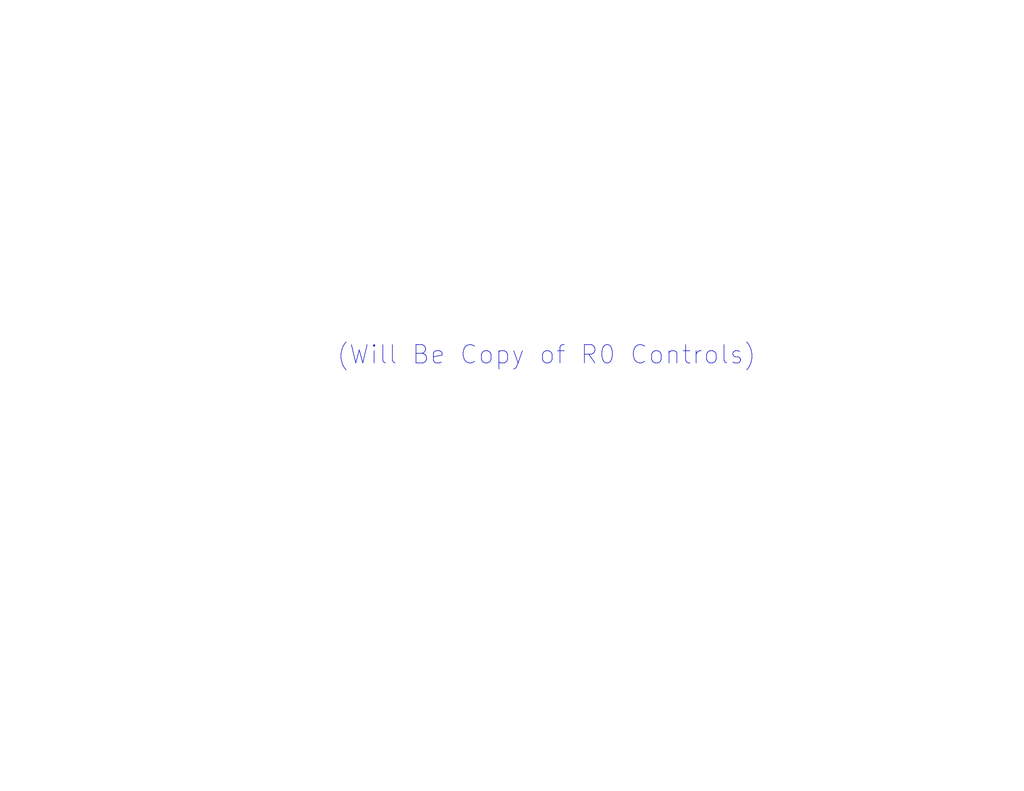
<source format=kicad_sch>
(kicad_sch
	(version 20250114)
	(generator "eeschema")
	(generator_version "9.0")
	(uuid "d2a4059e-c342-4f93-b7e8-717f6783a173")
	(paper "USLetter")
	(title_block
		(date "2025-03-16")
		(rev "2")
		(company "Bruce MacKinnon KC1FSZ")
		(comment 1 "Copyright (C) Bruce MacKinnon, 2025")
		(comment 2 "NOT FOR COMMERCIAL USE")
	)
	(lib_symbols)
	(text "(Will Be Copy of R0 Controls)"
		(exclude_from_sim no)
		(at 149.098 97.028 0)
		(effects
			(font
				(size 5 5)
			)
		)
		(uuid "09c3d7ed-d653-4b62-9d80-90e5b3ac7f8f")
	)
)

</source>
